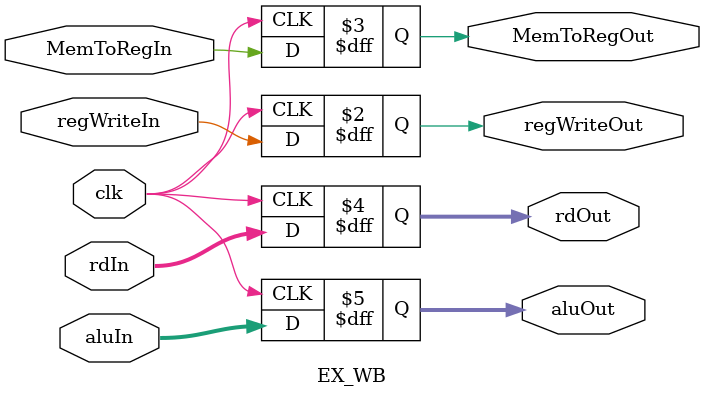
<source format=v>

module EX_WB (
    input regWriteIn, MemToRegIn,
    input clk, 
    // input zeroIn,
    input [4:0] rdIn,
    input [31:0] aluIn,

    output reg regWriteOut, MemToRegOut,
    // output reg zeroOut,
    output reg [4:0] rdOut,
    output reg [31:0] aluOut
);
    always @(posedge clk) begin
        regWriteOut <= regWriteIn;
        MemToRegOut <= MemToRegIn;
        rdOut <=rdIn;
        // zeroOut <= zeroIn;
        aluOut <= aluIn;
    end
endmodule
</source>
